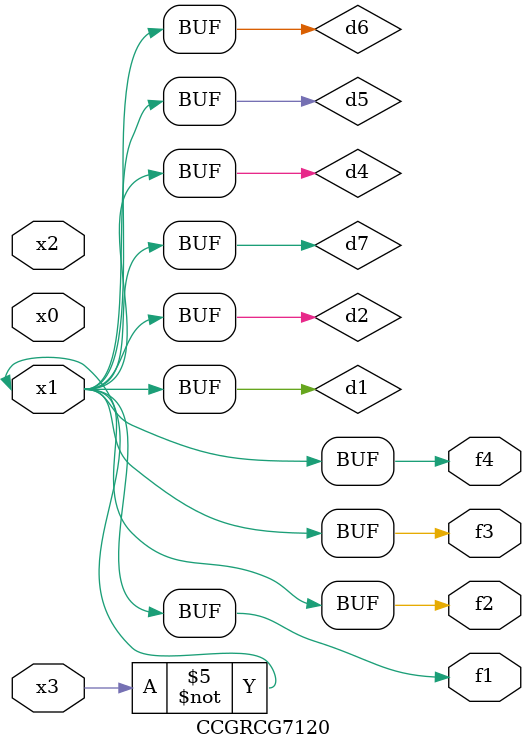
<source format=v>
module CCGRCG7120(
	input x0, x1, x2, x3,
	output f1, f2, f3, f4
);

	wire d1, d2, d3, d4, d5, d6, d7;

	not (d1, x3);
	buf (d2, x1);
	xnor (d3, d1, d2);
	nor (d4, d1);
	buf (d5, d1, d2);
	buf (d6, d4, d5);
	nand (d7, d4);
	assign f1 = d6;
	assign f2 = d7;
	assign f3 = d6;
	assign f4 = d6;
endmodule

</source>
